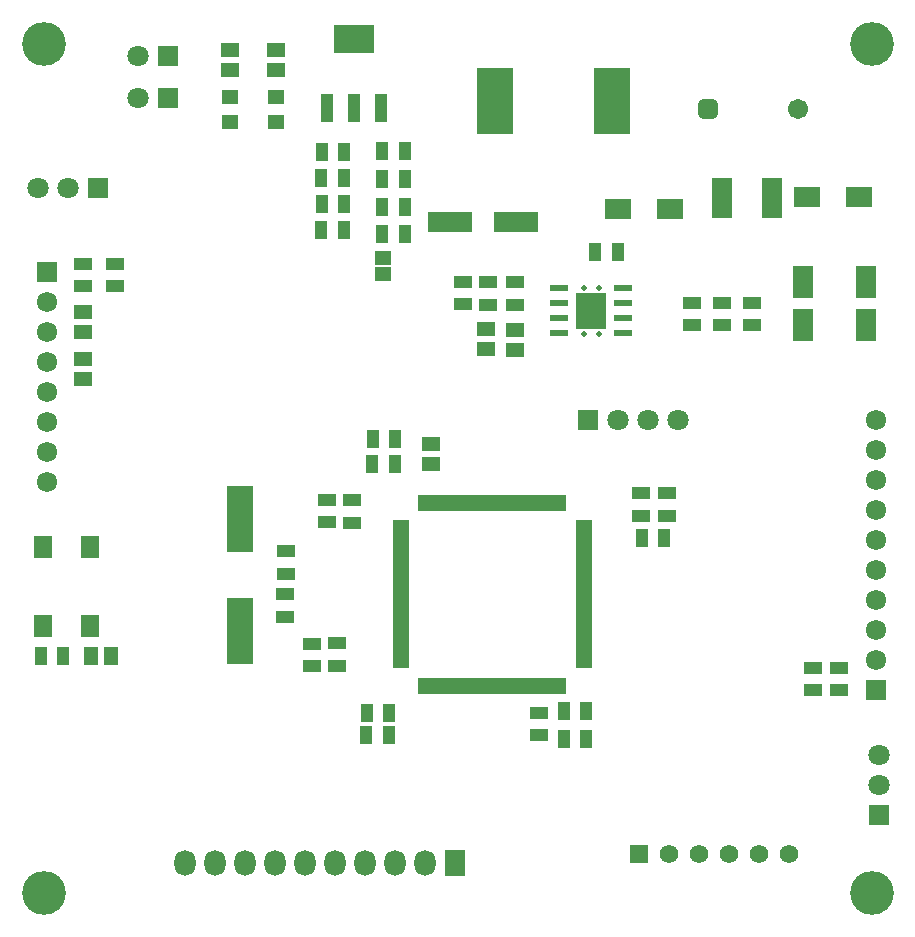
<source format=gts>
G04*
G04 #@! TF.GenerationSoftware,Altium Limited,Altium Designer,24.1.2 (44)*
G04*
G04 Layer_Color=8388736*
%FSLAX25Y25*%
%MOIN*%
G70*
G04*
G04 #@! TF.SameCoordinates,9E04AB5A-7F44-4484-A11C-FDF8A6245F59*
G04*
G04*
G04 #@! TF.FilePolarity,Negative*
G04*
G01*
G75*
%ADD16R,0.10236X0.12205*%
%ADD22R,0.05339X0.04545*%
%ADD26R,0.06102X0.02362*%
%ADD35R,0.08674X0.22453*%
%ADD36R,0.07099X0.11036*%
%ADD37R,0.05918X0.04343*%
%ADD38R,0.12217X0.22060*%
%ADD39R,0.04343X0.05918*%
%ADD40R,0.06902X0.13438*%
%ADD41R,0.13595X0.09265*%
%ADD42R,0.04343X0.09265*%
%ADD43R,0.14580X0.07099*%
%ADD44R,0.09068X0.06902*%
%ADD45R,0.05918X0.05131*%
%ADD46R,0.05524X0.05131*%
%ADD47R,0.05131X0.05918*%
%ADD48R,0.05524X0.01981*%
%ADD49R,0.01981X0.05524*%
%ADD50R,0.06312X0.07493*%
%ADD51C,0.14600*%
%ADD52O,0.07099X0.08674*%
%ADD53R,0.07099X0.08674*%
%ADD54C,0.06181*%
%ADD55R,0.06181X0.06181*%
%ADD56C,0.07099*%
%ADD57R,0.07099X0.07099*%
G04:AMPARAMS|DCode=58|XSize=67.06mil|YSize=67.06mil|CornerRadius=18.76mil|HoleSize=0mil|Usage=FLASHONLY|Rotation=0.000|XOffset=0mil|YOffset=0mil|HoleType=Round|Shape=RoundedRectangle|*
%AMROUNDEDRECTD58*
21,1,0.06706,0.02953,0,0,0.0*
21,1,0.02953,0.06706,0,0,0.0*
1,1,0.03753,0.01476,-0.01476*
1,1,0.03753,-0.01476,-0.01476*
1,1,0.03753,-0.01476,0.01476*
1,1,0.03753,0.01476,0.01476*
%
%ADD58ROUNDEDRECTD58*%
%ADD59C,0.06706*%
%ADD60C,0.06784*%
%ADD61R,0.06784X0.06784*%
%ADD62R,0.07099X0.07099*%
%ADD63C,0.01968*%
D16*
X191994Y278001D02*
D03*
D22*
X122500Y295661D02*
D03*
Y290339D02*
D03*
D26*
X202630Y285500D02*
D03*
Y280500D02*
D03*
Y275500D02*
D03*
Y270500D02*
D03*
X181370D02*
D03*
Y275500D02*
D03*
Y280500D02*
D03*
Y285500D02*
D03*
D35*
X75000Y208701D02*
D03*
Y171299D02*
D03*
D36*
X262500Y287587D02*
D03*
Y273413D02*
D03*
X283500D02*
D03*
Y287587D02*
D03*
D37*
X90000Y183500D02*
D03*
Y176020D02*
D03*
X166500Y280020D02*
D03*
Y287500D02*
D03*
X225600Y273160D02*
D03*
Y280640D02*
D03*
X235600Y273160D02*
D03*
Y280640D02*
D03*
X245600Y273160D02*
D03*
Y280640D02*
D03*
X157500Y280000D02*
D03*
Y287480D02*
D03*
X149100Y280160D02*
D03*
Y287640D02*
D03*
X90400Y197840D02*
D03*
Y190360D02*
D03*
X174500Y136500D02*
D03*
Y143980D02*
D03*
X217100Y209660D02*
D03*
Y217140D02*
D03*
X107100Y159660D02*
D03*
Y167140D02*
D03*
X112400Y214840D02*
D03*
Y207360D02*
D03*
X208600Y209660D02*
D03*
Y217140D02*
D03*
X99000Y159500D02*
D03*
Y166980D02*
D03*
X104000Y214980D02*
D03*
Y207500D02*
D03*
X274500Y158980D02*
D03*
Y151500D02*
D03*
X266000Y158980D02*
D03*
Y151500D02*
D03*
X22600Y286160D02*
D03*
Y293640D02*
D03*
X33100Y286160D02*
D03*
Y293640D02*
D03*
D38*
X160024Y348000D02*
D03*
X199000D02*
D03*
D39*
X129840Y321900D02*
D03*
X122360D02*
D03*
X129840Y303500D02*
D03*
X122360D02*
D03*
X129840Y312700D02*
D03*
X122360D02*
D03*
X102160Y330900D02*
D03*
X109640D02*
D03*
X200840Y297600D02*
D03*
X193360D02*
D03*
X102160Y313633D02*
D03*
X109640D02*
D03*
X102020Y305000D02*
D03*
X109500D02*
D03*
X102020Y322267D02*
D03*
X109500D02*
D03*
X129840Y331100D02*
D03*
X122360D02*
D03*
X8500Y163000D02*
D03*
X15980D02*
D03*
X216340Y202100D02*
D03*
X208860D02*
D03*
X190340Y135100D02*
D03*
X182860D02*
D03*
X117020Y136500D02*
D03*
X124500D02*
D03*
X119020Y227000D02*
D03*
X126500D02*
D03*
X190340Y144600D02*
D03*
X182860D02*
D03*
X117160Y143900D02*
D03*
X124640D02*
D03*
X119160Y235400D02*
D03*
X126640D02*
D03*
D40*
X252268Y315500D02*
D03*
X235732D02*
D03*
D41*
X113000Y368535D02*
D03*
D42*
X122016Y345465D02*
D03*
X113000D02*
D03*
X103984D02*
D03*
D43*
X144976Y307500D02*
D03*
X167024D02*
D03*
D44*
X263839Y316000D02*
D03*
X281161D02*
D03*
X218323Y312000D02*
D03*
X201000D02*
D03*
D45*
X166500Y265000D02*
D03*
Y271693D02*
D03*
X157000Y271847D02*
D03*
Y265154D02*
D03*
X87000Y358154D02*
D03*
Y364846D02*
D03*
X71500Y358154D02*
D03*
Y364846D02*
D03*
X138500Y227000D02*
D03*
Y233693D02*
D03*
X22500Y271000D02*
D03*
Y277693D02*
D03*
Y261846D02*
D03*
Y255153D02*
D03*
D46*
X71500Y349134D02*
D03*
Y340866D02*
D03*
X87000Y349134D02*
D03*
Y340866D02*
D03*
D47*
X31846Y163000D02*
D03*
X25153D02*
D03*
D48*
X128488Y207122D02*
D03*
Y205153D02*
D03*
Y203185D02*
D03*
Y201217D02*
D03*
Y199248D02*
D03*
Y197280D02*
D03*
Y195311D02*
D03*
Y193342D02*
D03*
Y191374D02*
D03*
Y189406D02*
D03*
Y187437D02*
D03*
Y185468D02*
D03*
Y183500D02*
D03*
Y181532D02*
D03*
Y179563D02*
D03*
Y177594D02*
D03*
Y175626D02*
D03*
Y173658D02*
D03*
Y171689D02*
D03*
Y169720D02*
D03*
Y167752D02*
D03*
Y165784D02*
D03*
Y163815D02*
D03*
Y161846D02*
D03*
Y159878D02*
D03*
X189512D02*
D03*
Y161846D02*
D03*
Y163815D02*
D03*
Y165784D02*
D03*
Y167752D02*
D03*
Y169720D02*
D03*
Y171689D02*
D03*
Y173658D02*
D03*
Y175626D02*
D03*
Y177594D02*
D03*
Y179563D02*
D03*
Y181532D02*
D03*
Y183500D02*
D03*
Y185468D02*
D03*
Y187437D02*
D03*
Y189406D02*
D03*
Y191374D02*
D03*
Y193342D02*
D03*
Y195311D02*
D03*
Y197280D02*
D03*
Y199248D02*
D03*
Y201217D02*
D03*
Y203185D02*
D03*
Y205153D02*
D03*
Y207122D02*
D03*
D49*
X135378Y152988D02*
D03*
X137346D02*
D03*
X139315D02*
D03*
X141284D02*
D03*
X143252D02*
D03*
X145220D02*
D03*
X147189D02*
D03*
X149158D02*
D03*
X151126D02*
D03*
X153094D02*
D03*
X155063D02*
D03*
X157032D02*
D03*
X159000D02*
D03*
X160968D02*
D03*
X162937D02*
D03*
X164906D02*
D03*
X166874D02*
D03*
X168842D02*
D03*
X170811D02*
D03*
X172780D02*
D03*
X174748D02*
D03*
X176716D02*
D03*
X178685D02*
D03*
X180654D02*
D03*
X182622D02*
D03*
Y214012D02*
D03*
X180654D02*
D03*
X178685D02*
D03*
X176716D02*
D03*
X174748D02*
D03*
X172780D02*
D03*
X170811D02*
D03*
X168842D02*
D03*
X166874D02*
D03*
X164906D02*
D03*
X162937D02*
D03*
X160968D02*
D03*
X159000D02*
D03*
X157032D02*
D03*
X155063D02*
D03*
X153094D02*
D03*
X151126D02*
D03*
X149158D02*
D03*
X147189D02*
D03*
X145220D02*
D03*
X143252D02*
D03*
X141284D02*
D03*
X139315D02*
D03*
X137346D02*
D03*
X135378D02*
D03*
D50*
X9126Y172811D02*
D03*
Y199189D02*
D03*
X24874Y172811D02*
D03*
Y199189D02*
D03*
D51*
X9500Y84000D02*
D03*
X285500D02*
D03*
Y367000D02*
D03*
X9500D02*
D03*
D52*
X56500Y94000D02*
D03*
X66500D02*
D03*
X76500D02*
D03*
X86500D02*
D03*
X96500D02*
D03*
X106500D02*
D03*
X116500D02*
D03*
X126500D02*
D03*
X136500D02*
D03*
D53*
X146500D02*
D03*
D54*
X258000Y96874D02*
D03*
X248000D02*
D03*
X238000D02*
D03*
X228000D02*
D03*
X218000D02*
D03*
D55*
X208000D02*
D03*
D56*
X41000Y349000D02*
D03*
X221000Y241500D02*
D03*
X211000D02*
D03*
X201000D02*
D03*
X288000Y120000D02*
D03*
Y130000D02*
D03*
X17500Y319000D02*
D03*
X7500D02*
D03*
X41000Y363000D02*
D03*
D57*
X51000Y349000D02*
D03*
X191000Y241500D02*
D03*
X27500Y319000D02*
D03*
X51000Y363000D02*
D03*
D58*
X230842Y345383D02*
D03*
D59*
X260842D02*
D03*
D60*
X287000Y211500D02*
D03*
Y171500D02*
D03*
Y161500D02*
D03*
Y181500D02*
D03*
Y191500D02*
D03*
Y201500D02*
D03*
Y221500D02*
D03*
Y231500D02*
D03*
Y241500D02*
D03*
X10500Y221000D02*
D03*
Y231000D02*
D03*
Y271000D02*
D03*
Y281000D02*
D03*
Y261000D02*
D03*
Y251000D02*
D03*
Y241000D02*
D03*
D61*
X287000Y151500D02*
D03*
X10500Y291000D02*
D03*
D62*
X288000Y110000D02*
D03*
D63*
X194559Y270323D02*
D03*
X189441D02*
D03*
X194559Y275441D02*
D03*
X189441D02*
D03*
X194559Y280559D02*
D03*
X189441D02*
D03*
X194559Y285677D02*
D03*
X189441D02*
D03*
M02*

</source>
